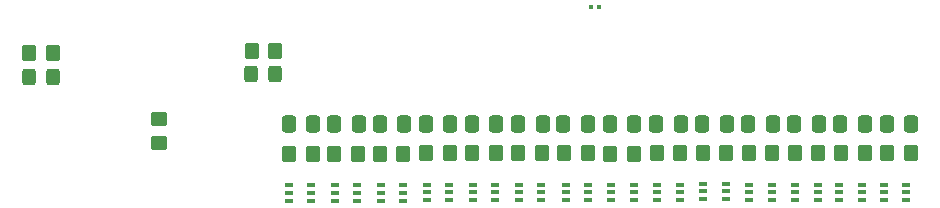
<source format=gtp>
G04 #@! TF.GenerationSoftware,KiCad,Pcbnew,6.0.2-378541a8eb~116~ubuntu20.04.1*
G04 #@! TF.CreationDate,2022-02-16T22:28:01+01:00*
G04 #@! TF.ProjectId,IR_Board,49525f42-6f61-4726-942e-6b696361645f,rev?*
G04 #@! TF.SameCoordinates,Original*
G04 #@! TF.FileFunction,Paste,Top*
G04 #@! TF.FilePolarity,Positive*
%FSLAX46Y46*%
G04 Gerber Fmt 4.6, Leading zero omitted, Abs format (unit mm)*
G04 Created by KiCad (PCBNEW 6.0.2-378541a8eb~116~ubuntu20.04.1) date 2022-02-16 22:28:01*
%MOMM*%
%LPD*%
G01*
G04 APERTURE LIST*
G04 Aperture macros list*
%AMRoundRect*
0 Rectangle with rounded corners*
0 $1 Rounding radius*
0 $2 $3 $4 $5 $6 $7 $8 $9 X,Y pos of 4 corners*
0 Add a 4 corners polygon primitive as box body*
4,1,4,$2,$3,$4,$5,$6,$7,$8,$9,$2,$3,0*
0 Add four circle primitives for the rounded corners*
1,1,$1+$1,$2,$3*
1,1,$1+$1,$4,$5*
1,1,$1+$1,$6,$7*
1,1,$1+$1,$8,$9*
0 Add four rect primitives between the rounded corners*
20,1,$1+$1,$2,$3,$4,$5,0*
20,1,$1+$1,$4,$5,$6,$7,0*
20,1,$1+$1,$6,$7,$8,$9,0*
20,1,$1+$1,$8,$9,$2,$3,0*%
G04 Aperture macros list end*
%ADD10RoundRect,0.079500X0.079500X0.100500X-0.079500X0.100500X-0.079500X-0.100500X0.079500X-0.100500X0*%
%ADD11RoundRect,0.250000X0.337500X0.475000X-0.337500X0.475000X-0.337500X-0.475000X0.337500X-0.475000X0*%
%ADD12RoundRect,0.250000X0.325000X0.450000X-0.325000X0.450000X-0.325000X-0.450000X0.325000X-0.450000X0*%
%ADD13RoundRect,0.250000X-0.325000X-0.450000X0.325000X-0.450000X0.325000X0.450000X-0.325000X0.450000X0*%
%ADD14R,0.650000X0.400000*%
%ADD15RoundRect,0.250000X0.350000X0.450000X-0.350000X0.450000X-0.350000X-0.450000X0.350000X-0.450000X0*%
%ADD16RoundRect,0.250000X0.450000X-0.350000X0.450000X0.350000X-0.450000X0.350000X-0.450000X-0.350000X0*%
%ADD17RoundRect,0.250000X-0.350000X-0.450000X0.350000X-0.450000X0.350000X0.450000X-0.350000X0.450000X0*%
G04 APERTURE END LIST*
D10*
X151545000Y-142500000D03*
X150855000Y-142500000D03*
D11*
X154510500Y-152400000D03*
X152435500Y-152400000D03*
X127337500Y-152400000D03*
X125262500Y-152400000D03*
X150587500Y-152400000D03*
X148512500Y-152400000D03*
X177937500Y-152400000D03*
X175862500Y-152400000D03*
X146737500Y-152400000D03*
X144662500Y-152400000D03*
X174037500Y-152400000D03*
X171962500Y-152400000D03*
X142837500Y-152400000D03*
X140762500Y-152400000D03*
X170137500Y-152400000D03*
X168062500Y-152400000D03*
X166237500Y-152400000D03*
X164162500Y-152400000D03*
X138937500Y-152400000D03*
X136862500Y-152400000D03*
X135037500Y-152400000D03*
X132962500Y-152400000D03*
X162337500Y-152400000D03*
X160262500Y-152400000D03*
X131175000Y-152400000D03*
X129100000Y-152400000D03*
X158437500Y-152400000D03*
X156362500Y-152400000D03*
D12*
X105325000Y-148400000D03*
X103275000Y-148400000D03*
D13*
X122050000Y-148200000D03*
X124100000Y-148200000D03*
D14*
X152550000Y-157550000D03*
X152550000Y-158200000D03*
X152550000Y-158850000D03*
X154450000Y-158850000D03*
X154450000Y-158200000D03*
X154450000Y-157550000D03*
X148700000Y-157550000D03*
X148700000Y-158200000D03*
X148700000Y-158850000D03*
X150600000Y-158850000D03*
X150600000Y-158200000D03*
X150600000Y-157550000D03*
X144750000Y-157550000D03*
X144750000Y-158200000D03*
X144750000Y-158850000D03*
X146650000Y-158850000D03*
X146650000Y-158200000D03*
X146650000Y-157550000D03*
X140850000Y-157550000D03*
X140850000Y-158200000D03*
X140850000Y-158850000D03*
X142750000Y-158850000D03*
X142750000Y-158200000D03*
X142750000Y-157550000D03*
X136950000Y-157550000D03*
X136950000Y-158200000D03*
X136950000Y-158850000D03*
X138850000Y-158850000D03*
X138850000Y-158200000D03*
X138850000Y-157550000D03*
X133050000Y-157600000D03*
X133050000Y-158250000D03*
X133050000Y-158900000D03*
X134950000Y-158900000D03*
X134950000Y-158250000D03*
X134950000Y-157600000D03*
X129150000Y-157600000D03*
X129150000Y-158250000D03*
X129150000Y-158900000D03*
X131050000Y-158900000D03*
X131050000Y-158250000D03*
X131050000Y-157600000D03*
X125250000Y-157600000D03*
X125250000Y-158250000D03*
X125250000Y-158900000D03*
X127150000Y-158900000D03*
X127150000Y-158250000D03*
X127150000Y-157600000D03*
X175650000Y-157550000D03*
X175650000Y-158200000D03*
X175650000Y-158850000D03*
X177550000Y-158850000D03*
X177550000Y-158200000D03*
X177550000Y-157550000D03*
X171850000Y-157550000D03*
X171850000Y-158200000D03*
X171850000Y-158850000D03*
X173750000Y-158850000D03*
X173750000Y-158200000D03*
X173750000Y-157550000D03*
X168150000Y-157550000D03*
X168150000Y-158200000D03*
X168150000Y-158850000D03*
X170050000Y-158850000D03*
X170050000Y-158200000D03*
X170050000Y-157550000D03*
X164250000Y-157550000D03*
X164250000Y-158200000D03*
X164250000Y-158850000D03*
X166150000Y-158850000D03*
X166150000Y-158200000D03*
X166150000Y-157550000D03*
X160350000Y-157450000D03*
X160350000Y-158100000D03*
X160350000Y-158750000D03*
X162250000Y-158750000D03*
X162250000Y-158100000D03*
X162250000Y-157450000D03*
X156450000Y-157550000D03*
X156450000Y-158200000D03*
X156450000Y-158850000D03*
X158350000Y-158850000D03*
X158350000Y-158200000D03*
X158350000Y-157550000D03*
D15*
X127262500Y-154920000D03*
X125262500Y-154920000D03*
X154473000Y-154914000D03*
X152473000Y-154914000D03*
X177900000Y-154900000D03*
X175900000Y-154900000D03*
X150550000Y-154900000D03*
X148550000Y-154900000D03*
X174000000Y-154900000D03*
X172000000Y-154900000D03*
X146700000Y-154900000D03*
X144700000Y-154900000D03*
X170100000Y-154900000D03*
X168100000Y-154900000D03*
X142800000Y-154900000D03*
X140800000Y-154900000D03*
D16*
X114300000Y-154000000D03*
X114300000Y-152000000D03*
D15*
X166200000Y-154900000D03*
X164200000Y-154900000D03*
X138900000Y-154900000D03*
X136900000Y-154900000D03*
D17*
X103300000Y-146400000D03*
X105300000Y-146400000D03*
D15*
X124100000Y-146200000D03*
X122100000Y-146200000D03*
X162300000Y-154900000D03*
X160300000Y-154900000D03*
X134962500Y-154920000D03*
X132962500Y-154920000D03*
X158400000Y-154900000D03*
X156400000Y-154900000D03*
X131100000Y-154920000D03*
X129100000Y-154920000D03*
M02*

</source>
